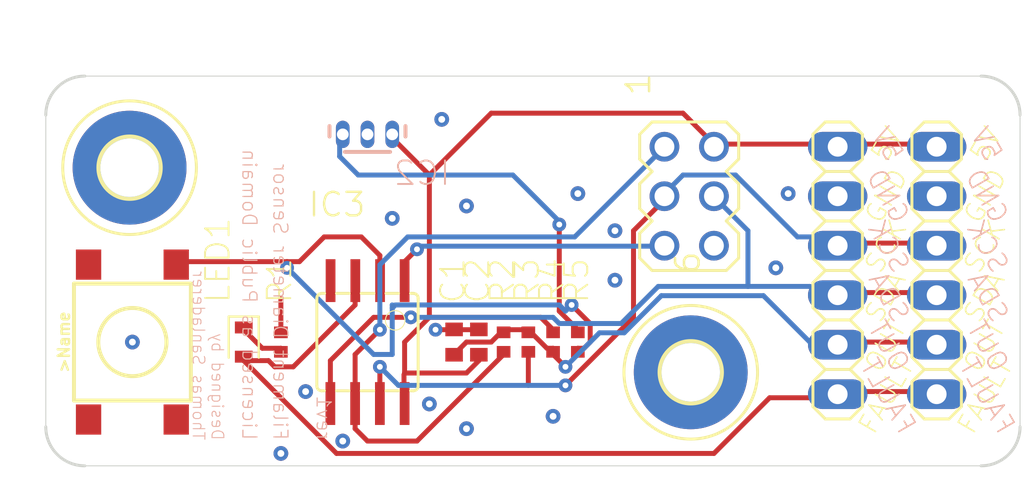
<source format=kicad_pcb>
(kicad_pcb (version 20171130) (host pcbnew "(5.1.8)-1")

  (general
    (thickness 1.6)
    (drawings 42)
    (tracks 184)
    (zones 0)
    (modules 16)
    (nets 12)
  )

  (page A4)
  (layers
    (0 Top signal)
    (31 Bottom signal)
    (32 B.Adhes user)
    (33 F.Adhes user)
    (34 B.Paste user)
    (35 F.Paste user)
    (36 B.SilkS user)
    (37 F.SilkS user)
    (38 B.Mask user)
    (39 F.Mask user)
    (40 Dwgs.User user)
    (41 Cmts.User user)
    (42 Eco1.User user)
    (43 Eco2.User user)
    (44 Edge.Cuts user)
    (45 Margin user)
    (46 B.CrtYd user)
    (47 F.CrtYd user)
    (48 B.Fab user)
    (49 F.Fab user)
  )

  (setup
    (last_trace_width 0.25)
    (trace_clearance 0.127)
    (zone_clearance 0.508)
    (zone_45_only no)
    (trace_min 0.2)
    (via_size 0.8)
    (via_drill 0.4)
    (via_min_size 0.4)
    (via_min_drill 0.3)
    (uvia_size 0.3)
    (uvia_drill 0.1)
    (uvias_allowed no)
    (uvia_min_size 0.2)
    (uvia_min_drill 0.1)
    (edge_width 0.05)
    (segment_width 0.2)
    (pcb_text_width 0.3)
    (pcb_text_size 1.5 1.5)
    (mod_edge_width 0.12)
    (mod_text_size 1 1)
    (mod_text_width 0.15)
    (pad_size 1.524 1.524)
    (pad_drill 0.762)
    (pad_to_mask_clearance 0)
    (aux_axis_origin 0 0)
    (visible_elements 7FFFFFFF)
    (pcbplotparams
      (layerselection 0x010fc_ffffffff)
      (usegerberextensions false)
      (usegerberattributes true)
      (usegerberadvancedattributes true)
      (creategerberjobfile true)
      (excludeedgelayer true)
      (linewidth 0.100000)
      (plotframeref false)
      (viasonmask false)
      (mode 1)
      (useauxorigin false)
      (hpglpennumber 1)
      (hpglpenspeed 20)
      (hpglpendiameter 15.000000)
      (psnegative false)
      (psa4output false)
      (plotreference true)
      (plotvalue true)
      (plotinvisibletext false)
      (padsonsilk false)
      (subtractmaskfromsilk false)
      (outputformat 1)
      (mirror false)
      (drillshape 1)
      (scaleselection 1)
      (outputdirectory ""))
  )

  (net 0 "")
  (net 1 +5V)
  (net 2 GND)
  (net 3 /FAULT)
  (net 4 /OUT)
  (net 5 /SDA)
  (net 6 /SCK)
  (net 7 "Net-(IC2-Pad3)")
  (net 8 /RESET)
  (net 9 /MISO)
  (net 10 /IN)
  (net 11 "Net-(LED1-PadC)")

  (net_class Default "This is the default net class."
    (clearance 0.127)
    (trace_width 0.25)
    (via_dia 0.8)
    (via_drill 0.4)
    (uvia_dia 0.3)
    (uvia_drill 0.1)
    (add_net +5V)
    (add_net /FAULT)
    (add_net /IN)
    (add_net /MISO)
    (add_net /OUT)
    (add_net /RESET)
    (add_net /SCK)
    (add_net /SDA)
    (add_net GND)
    (add_net "Net-(IC2-Pad3)")
    (add_net "Net-(LED1-PadC)")
  )

  (module filaSens:SIP3-UA (layer Bottom) (tedit 0) (tstamp 607B0B41)
    (at 140.0111 97.9936 180)
    (descr "<b>Type: 3-pin SIP, conventional leadframe</b><p>\nSource: http://www.allegromicro.com/en/Products/Packaging/pkghall1.pdf")
    (path /B2BFE474)
    (fp_text reference IC2 (at -1.27 -2.69875) (layer B.SilkS)
      (effects (font (size 1.2065 1.2065) (thickness 0.09652)) (justify right bottom mirror))
    )
    (fp_text value SS495 (at -2.54 1.405) (layer B.Fab)
      (effects (font (size 1.2065 1.2065) (thickness 0.09652)) (justify right bottom mirror))
    )
    (fp_line (start -1.95 0.425) (end -1.95 -0.11) (layer B.SilkS) (width 0.2032))
    (fp_line (start -1.95 -0.11) (end -1.16 -0.9) (layer B.Fab) (width 0.2032))
    (fp_line (start -1.16 -0.9) (end 1.16 -0.9) (layer B.SilkS) (width 0.2032))
    (fp_line (start 1.16 -0.9) (end 1.95 -0.11) (layer B.Fab) (width 0.2032))
    (fp_line (start 1.95 -0.11) (end 1.95 0.425) (layer B.SilkS) (width 0.2032))
    (fp_line (start 1.95 0.425) (end -1.95 0.425) (layer B.Fab) (width 0.2032))
    (pad 3 thru_hole oval (at 1.27 0 90) (size 1.4 0.7) (drill 0.6) (layers *.Cu *.Mask)
      (net 7 "Net-(IC2-Pad3)") (solder_mask_margin 0.1016))
    (pad 2 thru_hole oval (at 0 0 90) (size 1.4 0.7) (drill 0.6) (layers *.Cu *.Mask)
      (net 2 GND) (solder_mask_margin 0.1016))
    (pad 1 thru_hole oval (at -1.27 0 90) (size 1.4 0.7) (drill 0.6) (layers *.Cu *.Mask)
      (net 1 +5V) (solder_mask_margin 0.1016))
  )

  (module filaSens:1X06 (layer Top) (tedit 0) (tstamp 607B0B4D)
    (at 164.1411 104.9786 270)
    (descr "<b>PIN HEADER</b>")
    (path /235567EB)
    (fp_text reference JP1 (at -7.6962 -1.8288 270) (layer F.SilkS) hide
      (effects (font (size 1.2065 1.2065) (thickness 0.127)) (justify right top))
    )
    (fp_text value OUTPUT (at -7.62 3.175 270) (layer F.Fab) hide
      (effects (font (size 1.2065 1.2065) (thickness 0.1016)) (justify right top))
    )
    (fp_line (start 0.635 -1.27) (end 1.905 -1.27) (layer F.SilkS) (width 0.1524))
    (fp_line (start 1.905 -1.27) (end 2.54 -0.635) (layer F.SilkS) (width 0.1524))
    (fp_line (start 2.54 -0.635) (end 2.54 0.635) (layer F.SilkS) (width 0.1524))
    (fp_line (start 2.54 0.635) (end 1.905 1.27) (layer F.SilkS) (width 0.1524))
    (fp_line (start 2.54 -0.635) (end 3.175 -1.27) (layer F.SilkS) (width 0.1524))
    (fp_line (start 3.175 -1.27) (end 4.445 -1.27) (layer F.SilkS) (width 0.1524))
    (fp_line (start 4.445 -1.27) (end 5.08 -0.635) (layer F.SilkS) (width 0.1524))
    (fp_line (start 5.08 -0.635) (end 5.08 0.635) (layer F.SilkS) (width 0.1524))
    (fp_line (start 5.08 0.635) (end 4.445 1.27) (layer F.SilkS) (width 0.1524))
    (fp_line (start 4.445 1.27) (end 3.175 1.27) (layer F.SilkS) (width 0.1524))
    (fp_line (start 3.175 1.27) (end 2.54 0.635) (layer F.SilkS) (width 0.1524))
    (fp_line (start -2.54 -0.635) (end -1.905 -1.27) (layer F.SilkS) (width 0.1524))
    (fp_line (start -1.905 -1.27) (end -0.635 -1.27) (layer F.SilkS) (width 0.1524))
    (fp_line (start -0.635 -1.27) (end 0 -0.635) (layer F.SilkS) (width 0.1524))
    (fp_line (start 0 -0.635) (end 0 0.635) (layer F.SilkS) (width 0.1524))
    (fp_line (start 0 0.635) (end -0.635 1.27) (layer F.SilkS) (width 0.1524))
    (fp_line (start -0.635 1.27) (end -1.905 1.27) (layer F.SilkS) (width 0.1524))
    (fp_line (start -1.905 1.27) (end -2.54 0.635) (layer F.SilkS) (width 0.1524))
    (fp_line (start 0.635 -1.27) (end 0 -0.635) (layer F.SilkS) (width 0.1524))
    (fp_line (start 0 0.635) (end 0.635 1.27) (layer F.SilkS) (width 0.1524))
    (fp_line (start 1.905 1.27) (end 0.635 1.27) (layer F.SilkS) (width 0.1524))
    (fp_line (start -6.985 -1.27) (end -5.715 -1.27) (layer F.SilkS) (width 0.1524))
    (fp_line (start -5.715 -1.27) (end -5.08 -0.635) (layer F.SilkS) (width 0.1524))
    (fp_line (start -5.08 -0.635) (end -5.08 0.635) (layer F.SilkS) (width 0.1524))
    (fp_line (start -5.08 0.635) (end -5.715 1.27) (layer F.SilkS) (width 0.1524))
    (fp_line (start -5.08 -0.635) (end -4.445 -1.27) (layer F.SilkS) (width 0.1524))
    (fp_line (start -4.445 -1.27) (end -3.175 -1.27) (layer F.SilkS) (width 0.1524))
    (fp_line (start -3.175 -1.27) (end -2.54 -0.635) (layer F.SilkS) (width 0.1524))
    (fp_line (start -2.54 -0.635) (end -2.54 0.635) (layer F.SilkS) (width 0.1524))
    (fp_line (start -2.54 0.635) (end -3.175 1.27) (layer F.SilkS) (width 0.1524))
    (fp_line (start -3.175 1.27) (end -4.445 1.27) (layer F.SilkS) (width 0.1524))
    (fp_line (start -4.445 1.27) (end -5.08 0.635) (layer F.SilkS) (width 0.1524))
    (fp_line (start -7.62 -0.635) (end -7.62 0.635) (layer F.SilkS) (width 0.1524))
    (fp_line (start -6.985 -1.27) (end -7.62 -0.635) (layer F.SilkS) (width 0.1524))
    (fp_line (start -7.62 0.635) (end -6.985 1.27) (layer F.SilkS) (width 0.1524))
    (fp_line (start -5.715 1.27) (end -6.985 1.27) (layer F.SilkS) (width 0.1524))
    (fp_line (start 5.715 -1.27) (end 6.985 -1.27) (layer F.SilkS) (width 0.1524))
    (fp_line (start 6.985 -1.27) (end 7.62 -0.635) (layer F.SilkS) (width 0.1524))
    (fp_line (start 7.62 -0.635) (end 7.62 0.635) (layer F.SilkS) (width 0.1524))
    (fp_line (start 7.62 0.635) (end 6.985 1.27) (layer F.SilkS) (width 0.1524))
    (fp_line (start 5.715 -1.27) (end 5.08 -0.635) (layer F.SilkS) (width 0.1524))
    (fp_line (start 5.08 0.635) (end 5.715 1.27) (layer F.SilkS) (width 0.1524))
    (fp_line (start 6.985 1.27) (end 5.715 1.27) (layer F.SilkS) (width 0.1524))
    (fp_poly (pts (xy 3.556 0.254) (xy 4.064 0.254) (xy 4.064 -0.254) (xy 3.556 -0.254)) (layer F.Fab) (width 0))
    (fp_poly (pts (xy 1.016 0.254) (xy 1.524 0.254) (xy 1.524 -0.254) (xy 1.016 -0.254)) (layer F.Fab) (width 0))
    (fp_poly (pts (xy -1.524 0.254) (xy -1.016 0.254) (xy -1.016 -0.254) (xy -1.524 -0.254)) (layer F.Fab) (width 0))
    (fp_poly (pts (xy -4.064 0.254) (xy -3.556 0.254) (xy -3.556 -0.254) (xy -4.064 -0.254)) (layer F.Fab) (width 0))
    (fp_poly (pts (xy -6.604 0.254) (xy -6.096 0.254) (xy -6.096 -0.254) (xy -6.604 -0.254)) (layer F.Fab) (width 0))
    (fp_poly (pts (xy 6.096 0.254) (xy 6.604 0.254) (xy 6.604 -0.254) (xy 6.096 -0.254)) (layer F.Fab) (width 0))
    (pad 6 thru_hole oval (at 6.35 0) (size 3.048 1.524) (drill 1.016) (layers *.Cu *.Mask)
      (net 3 /FAULT) (solder_mask_margin 0.1016))
    (pad 5 thru_hole oval (at 3.81 0) (size 3.048 1.524) (drill 1.016) (layers *.Cu *.Mask)
      (net 4 /OUT) (solder_mask_margin 0.1016))
    (pad 4 thru_hole oval (at 1.27 0) (size 3.048 1.524) (drill 1.016) (layers *.Cu *.Mask)
      (net 5 /SDA) (solder_mask_margin 0.1016))
    (pad 3 thru_hole oval (at -1.27 0) (size 3.048 1.524) (drill 1.016) (layers *.Cu *.Mask)
      (net 6 /SCK) (solder_mask_margin 0.1016))
    (pad 2 thru_hole oval (at -3.81 0) (size 3.048 1.524) (drill 1.016) (layers *.Cu *.Mask)
      (net 2 GND) (solder_mask_margin 0.1016))
    (pad 1 thru_hole oval (at -6.35 0) (size 3.048 1.524) (drill 1.016) (layers *.Cu *.Mask)
      (net 1 +5V) (solder_mask_margin 0.1016))
  )

  (module filaSens:1X06 (layer Top) (tedit 0) (tstamp 607B0B87)
    (at 169.2211 104.9786 270)
    (descr "<b>PIN HEADER</b>")
    (path /46E31EBA)
    (fp_text reference JP2 (at -7.6962 -1.8288 270) (layer F.SilkS) hide
      (effects (font (size 1.2065 1.2065) (thickness 0.127)) (justify right top))
    )
    (fp_text value SUPPORT_ROW (at -7.62 3.175 270) (layer F.Fab) hide
      (effects (font (size 1.2065 1.2065) (thickness 0.1016)) (justify right top))
    )
    (fp_line (start 0.635 -1.27) (end 1.905 -1.27) (layer F.SilkS) (width 0.1524))
    (fp_line (start 1.905 -1.27) (end 2.54 -0.635) (layer F.SilkS) (width 0.1524))
    (fp_line (start 2.54 -0.635) (end 2.54 0.635) (layer F.SilkS) (width 0.1524))
    (fp_line (start 2.54 0.635) (end 1.905 1.27) (layer F.SilkS) (width 0.1524))
    (fp_line (start 2.54 -0.635) (end 3.175 -1.27) (layer F.SilkS) (width 0.1524))
    (fp_line (start 3.175 -1.27) (end 4.445 -1.27) (layer F.SilkS) (width 0.1524))
    (fp_line (start 4.445 -1.27) (end 5.08 -0.635) (layer F.SilkS) (width 0.1524))
    (fp_line (start 5.08 -0.635) (end 5.08 0.635) (layer F.SilkS) (width 0.1524))
    (fp_line (start 5.08 0.635) (end 4.445 1.27) (layer F.SilkS) (width 0.1524))
    (fp_line (start 4.445 1.27) (end 3.175 1.27) (layer F.SilkS) (width 0.1524))
    (fp_line (start 3.175 1.27) (end 2.54 0.635) (layer F.SilkS) (width 0.1524))
    (fp_line (start -2.54 -0.635) (end -1.905 -1.27) (layer F.SilkS) (width 0.1524))
    (fp_line (start -1.905 -1.27) (end -0.635 -1.27) (layer F.SilkS) (width 0.1524))
    (fp_line (start -0.635 -1.27) (end 0 -0.635) (layer F.SilkS) (width 0.1524))
    (fp_line (start 0 -0.635) (end 0 0.635) (layer F.SilkS) (width 0.1524))
    (fp_line (start 0 0.635) (end -0.635 1.27) (layer F.SilkS) (width 0.1524))
    (fp_line (start -0.635 1.27) (end -1.905 1.27) (layer F.SilkS) (width 0.1524))
    (fp_line (start -1.905 1.27) (end -2.54 0.635) (layer F.SilkS) (width 0.1524))
    (fp_line (start 0.635 -1.27) (end 0 -0.635) (layer F.SilkS) (width 0.1524))
    (fp_line (start 0 0.635) (end 0.635 1.27) (layer F.SilkS) (width 0.1524))
    (fp_line (start 1.905 1.27) (end 0.635 1.27) (layer F.SilkS) (width 0.1524))
    (fp_line (start -6.985 -1.27) (end -5.715 -1.27) (layer F.SilkS) (width 0.1524))
    (fp_line (start -5.715 -1.27) (end -5.08 -0.635) (layer F.SilkS) (width 0.1524))
    (fp_line (start -5.08 -0.635) (end -5.08 0.635) (layer F.SilkS) (width 0.1524))
    (fp_line (start -5.08 0.635) (end -5.715 1.27) (layer F.SilkS) (width 0.1524))
    (fp_line (start -5.08 -0.635) (end -4.445 -1.27) (layer F.SilkS) (width 0.1524))
    (fp_line (start -4.445 -1.27) (end -3.175 -1.27) (layer F.SilkS) (width 0.1524))
    (fp_line (start -3.175 -1.27) (end -2.54 -0.635) (layer F.SilkS) (width 0.1524))
    (fp_line (start -2.54 -0.635) (end -2.54 0.635) (layer F.SilkS) (width 0.1524))
    (fp_line (start -2.54 0.635) (end -3.175 1.27) (layer F.SilkS) (width 0.1524))
    (fp_line (start -3.175 1.27) (end -4.445 1.27) (layer F.SilkS) (width 0.1524))
    (fp_line (start -4.445 1.27) (end -5.08 0.635) (layer F.SilkS) (width 0.1524))
    (fp_line (start -7.62 -0.635) (end -7.62 0.635) (layer F.SilkS) (width 0.1524))
    (fp_line (start -6.985 -1.27) (end -7.62 -0.635) (layer F.SilkS) (width 0.1524))
    (fp_line (start -7.62 0.635) (end -6.985 1.27) (layer F.SilkS) (width 0.1524))
    (fp_line (start -5.715 1.27) (end -6.985 1.27) (layer F.SilkS) (width 0.1524))
    (fp_line (start 5.715 -1.27) (end 6.985 -1.27) (layer F.SilkS) (width 0.1524))
    (fp_line (start 6.985 -1.27) (end 7.62 -0.635) (layer F.SilkS) (width 0.1524))
    (fp_line (start 7.62 -0.635) (end 7.62 0.635) (layer F.SilkS) (width 0.1524))
    (fp_line (start 7.62 0.635) (end 6.985 1.27) (layer F.SilkS) (width 0.1524))
    (fp_line (start 5.715 -1.27) (end 5.08 -0.635) (layer F.SilkS) (width 0.1524))
    (fp_line (start 5.08 0.635) (end 5.715 1.27) (layer F.SilkS) (width 0.1524))
    (fp_line (start 6.985 1.27) (end 5.715 1.27) (layer F.SilkS) (width 0.1524))
    (fp_poly (pts (xy 3.556 0.254) (xy 4.064 0.254) (xy 4.064 -0.254) (xy 3.556 -0.254)) (layer F.Fab) (width 0))
    (fp_poly (pts (xy 1.016 0.254) (xy 1.524 0.254) (xy 1.524 -0.254) (xy 1.016 -0.254)) (layer F.Fab) (width 0))
    (fp_poly (pts (xy -1.524 0.254) (xy -1.016 0.254) (xy -1.016 -0.254) (xy -1.524 -0.254)) (layer F.Fab) (width 0))
    (fp_poly (pts (xy -4.064 0.254) (xy -3.556 0.254) (xy -3.556 -0.254) (xy -4.064 -0.254)) (layer F.Fab) (width 0))
    (fp_poly (pts (xy -6.604 0.254) (xy -6.096 0.254) (xy -6.096 -0.254) (xy -6.604 -0.254)) (layer F.Fab) (width 0))
    (fp_poly (pts (xy 6.096 0.254) (xy 6.604 0.254) (xy 6.604 -0.254) (xy 6.096 -0.254)) (layer F.Fab) (width 0))
    (pad 6 thru_hole oval (at 6.35 0) (size 3.048 1.524) (drill 1.016) (layers *.Cu *.Mask)
      (net 3 /FAULT) (solder_mask_margin 0.1016))
    (pad 5 thru_hole oval (at 3.81 0) (size 3.048 1.524) (drill 1.016) (layers *.Cu *.Mask)
      (net 4 /OUT) (solder_mask_margin 0.1016))
    (pad 4 thru_hole oval (at 1.27 0) (size 3.048 1.524) (drill 1.016) (layers *.Cu *.Mask)
      (net 5 /SDA) (solder_mask_margin 0.1016))
    (pad 3 thru_hole oval (at -1.27 0) (size 3.048 1.524) (drill 1.016) (layers *.Cu *.Mask)
      (net 6 /SCK) (solder_mask_margin 0.1016))
    (pad 2 thru_hole oval (at -3.81 0) (size 3.048 1.524) (drill 1.016) (layers *.Cu *.Mask)
      (net 2 GND) (solder_mask_margin 0.1016))
    (pad 1 thru_hole oval (at -6.35 0) (size 3.048 1.524) (drill 1.016) (layers *.Cu *.Mask)
      (net 1 +5V) (solder_mask_margin 0.1016))
  )

  (module filaSens:3,0-PAD (layer Top) (tedit 0) (tstamp 607B0BC1)
    (at 156.6011 110.2036)
    (descr "<b>MOUNTING PAD</b> 3.0 mm, round")
    (path /9910BFD8)
    (fp_text reference H1 (at 0 0) (layer F.SilkS) hide
      (effects (font (size 1.27 1.27) (thickness 0.15)))
    )
    (fp_text value MOUNT-PAD-ROUND3.0 (at 0 0) (layer F.SilkS) hide
      (effects (font (size 1.27 1.27) (thickness 0.15)))
    )
    (fp_circle (center 0 0) (end 3.429 0) (layer F.SilkS) (width 0.1524))
    (fp_circle (center 0 0) (end 0.762 0) (layer F.Fab) (width 0.4572))
    (fp_circle (center 0 0) (end 3.556 0) (layer Dwgs.User) (width 1.016))
    (fp_circle (center 0 0) (end 3.556 0) (layer Dwgs.User) (width 1.016))
    (fp_circle (center 0 0) (end 3.556 0) (layer Dwgs.User) (width 1.016))
    (fp_circle (center 0 0) (end 1.6 0) (layer F.SilkS) (width 0.2032))
    (fp_text user 3,0 (at -1.27 3.81) (layer Cmts.User)
      (effects (font (size 1.2065 1.2065) (thickness 0.1016)) (justify left bottom))
    )
    (fp_arc (start 0 0) (end 0 -2.159) (angle 90) (layer F.Fab) (width 2.4892))
    (fp_arc (start 0 0) (end -2.159 0) (angle -90) (layer F.Fab) (width 2.4892))
    (pad B3,0 thru_hole circle (at 0 0) (size 5.842 5.842) (drill 3) (layers *.Cu *.Mask)
      (net 2 GND) (solder_mask_margin 0.1016))
  )

  (module filaSens:3,0-PAD (layer Top) (tedit 0) (tstamp 607B0BCE)
    (at 127.8011 99.7036)
    (descr "<b>MOUNTING PAD</b> 3.0 mm, round")
    (path /5D268E00)
    (fp_text reference H2 (at 0 0) (layer F.SilkS) hide
      (effects (font (size 1.27 1.27) (thickness 0.15)))
    )
    (fp_text value MOUNT-PAD-ROUND3.0 (at 0 0) (layer F.SilkS) hide
      (effects (font (size 1.27 1.27) (thickness 0.15)))
    )
    (fp_circle (center 0 0) (end 3.429 0) (layer F.SilkS) (width 0.1524))
    (fp_circle (center 0 0) (end 0.762 0) (layer F.Fab) (width 0.4572))
    (fp_circle (center 0 0) (end 3.556 0) (layer Dwgs.User) (width 1.016))
    (fp_circle (center 0 0) (end 3.556 0) (layer Dwgs.User) (width 1.016))
    (fp_circle (center 0 0) (end 3.556 0) (layer Dwgs.User) (width 1.016))
    (fp_circle (center 0 0) (end 1.6 0) (layer F.SilkS) (width 0.2032))
    (fp_text user 3,0 (at -1.27 3.81) (layer Cmts.User)
      (effects (font (size 1.2065 1.2065) (thickness 0.1016)) (justify left bottom))
    )
    (fp_arc (start 0 0) (end 0 -2.159) (angle 90) (layer F.Fab) (width 2.4892))
    (fp_arc (start 0 0) (end -2.159 0) (angle -90) (layer F.Fab) (width 2.4892))
    (pad B3,0 thru_hole circle (at 0 0) (size 5.842 5.842) (drill 3) (layers *.Cu *.Mask)
      (net 2 GND) (solder_mask_margin 0.1016))
  )

  (module filaSens:MA03-2 (layer Top) (tedit 0) (tstamp 607B0BDB)
    (at 156.5211 101.1686 270)
    (descr "<b>PIN HEADER</b>")
    (path /C9A7A6AE)
    (fp_text reference SV1 (at -3.81 -2.921 270) (layer F.SilkS) hide
      (effects (font (size 1.2065 1.2065) (thickness 0.127)) (justify right top))
    )
    (fp_text value ISP (at -0.135 4.1275 90) (layer F.Fab)
      (effects (font (size 1.2065 1.2065) (thickness 0.12065)) (justify left bottom))
    )
    (fp_line (start -3.175 -2.54) (end -1.905 -2.54) (layer F.SilkS) (width 0.1524))
    (fp_line (start -1.905 -2.54) (end -1.27 -1.905) (layer F.SilkS) (width 0.1524))
    (fp_line (start -1.27 -1.905) (end -0.635 -2.54) (layer F.SilkS) (width 0.1524))
    (fp_line (start -0.635 -2.54) (end 0.635 -2.54) (layer F.SilkS) (width 0.1524))
    (fp_line (start 0.635 -2.54) (end 1.27 -1.905) (layer F.SilkS) (width 0.1524))
    (fp_line (start -3.175 -2.54) (end -3.81 -1.905) (layer F.SilkS) (width 0.1524))
    (fp_line (start 1.27 -1.905) (end 1.905 -2.54) (layer F.SilkS) (width 0.1524))
    (fp_line (start 1.905 -2.54) (end 3.175 -2.54) (layer F.SilkS) (width 0.1524))
    (fp_line (start 3.175 -2.54) (end 3.81 -1.905) (layer F.SilkS) (width 0.1524))
    (fp_line (start 3.81 -1.905) (end 3.81 1.905) (layer F.SilkS) (width 0.1524))
    (fp_line (start -1.27 1.905) (end -1.905 2.54) (layer F.SilkS) (width 0.1524))
    (fp_line (start 1.27 1.905) (end 0.635 2.54) (layer F.SilkS) (width 0.1524))
    (fp_line (start 0.635 2.54) (end -0.635 2.54) (layer F.SilkS) (width 0.1524))
    (fp_line (start -0.635 2.54) (end -1.27 1.905) (layer F.SilkS) (width 0.1524))
    (fp_line (start -3.81 -1.905) (end -3.81 1.905) (layer F.SilkS) (width 0.1524))
    (fp_line (start -3.81 1.905) (end -3.175 2.54) (layer F.SilkS) (width 0.1524))
    (fp_line (start -1.905 2.54) (end -3.175 2.54) (layer F.SilkS) (width 0.1524))
    (fp_line (start 3.81 1.905) (end 3.175 2.54) (layer F.SilkS) (width 0.1524))
    (fp_line (start 3.175 2.54) (end 1.905 2.54) (layer F.SilkS) (width 0.1524))
    (fp_line (start 1.905 2.54) (end 1.27 1.905) (layer F.SilkS) (width 0.1524))
    (fp_poly (pts (xy -0.254 1.524) (xy 0.254 1.524) (xy 0.254 1.016) (xy -0.254 1.016)) (layer F.Fab) (width 0))
    (fp_poly (pts (xy -2.794 1.524) (xy -2.286 1.524) (xy -2.286 1.016) (xy -2.794 1.016)) (layer F.Fab) (width 0))
    (fp_poly (pts (xy 2.286 1.524) (xy 2.794 1.524) (xy 2.794 1.016) (xy 2.286 1.016)) (layer F.Fab) (width 0))
    (fp_poly (pts (xy -2.794 -1.016) (xy -2.286 -1.016) (xy -2.286 -1.524) (xy -2.794 -1.524)) (layer F.Fab) (width 0))
    (fp_poly (pts (xy -0.254 -1.016) (xy 0.254 -1.016) (xy 0.254 -1.524) (xy -0.254 -1.524)) (layer F.Fab) (width 0))
    (fp_poly (pts (xy 2.286 -1.016) (xy 2.794 -1.016) (xy 2.794 -1.524) (xy 2.286 -1.524)) (layer F.Fab) (width 0))
    (fp_text user 6 (at 4.064 -0.635 270) (layer F.SilkS)
      (effects (font (size 1.2065 1.2065) (thickness 0.127)) (justify left bottom))
    )
    (fp_text user 1 (at -5.08 1.905 270) (layer F.SilkS)
      (effects (font (size 1.2065 1.2065) (thickness 0.127)) (justify left bottom))
    )
    (pad 6 thru_hole circle (at 2.54 -1.27 270) (size 1.524 1.524) (drill 1.016) (layers *.Cu *.Mask)
      (net 2 GND) (solder_mask_margin 0.1016))
    (pad 4 thru_hole circle (at 0 -1.27 270) (size 1.524 1.524) (drill 1.016) (layers *.Cu *.Mask)
      (net 5 /SDA) (solder_mask_margin 0.1016))
    (pad 2 thru_hole circle (at -2.54 -1.27 270) (size 1.524 1.524) (drill 1.016) (layers *.Cu *.Mask)
      (net 1 +5V) (solder_mask_margin 0.1016))
    (pad 5 thru_hole circle (at 2.54 1.27 270) (size 1.524 1.524) (drill 1.016) (layers *.Cu *.Mask)
      (net 8 /RESET) (solder_mask_margin 0.1016))
    (pad 3 thru_hole circle (at 0 1.27 270) (size 1.524 1.524) (drill 1.016) (layers *.Cu *.Mask)
      (net 6 /SCK) (solder_mask_margin 0.1016))
    (pad 1 thru_hole circle (at -2.54 1.27 270) (size 1.524 1.524) (drill 1.016) (layers *.Cu *.Mask)
      (net 9 /MISO) (solder_mask_margin 0.1016))
  )

  (module filaSens:SOIC8 (layer Top) (tedit 0) (tstamp 607B0C00)
    (at 140.0111 108.6536 180)
    (descr "<B>Wide Plastic Gull Wing Small Outline Package</B>")
    (path /40F764B3)
    (fp_text reference IC3 (at 3.1115 6.35) (layer F.SilkS)
      (effects (font (size 1.2065 1.2065) (thickness 0.12065)) (justify left bottom))
    )
    (fp_text value TINY85 (at 3.1115 4.826) (layer F.Fab)
      (effects (font (size 1.2065 1.2065) (thickness 0.12065)) (justify left bottom))
    )
    (fp_line (start 2.36 2.5) (end -2.34 2.5) (layer F.Fab) (width 0.1524))
    (fp_line (start -2.34 -2.5) (end 2.36 -2.5) (layer F.Fab) (width 0.1524))
    (fp_line (start -2.21 -2.5) (end -2.34 -2.5) (layer F.SilkS) (width 0.1524))
    (fp_line (start -1.59 -2.5) (end -0.95 -2.5) (layer F.SilkS) (width 0.1524))
    (fp_line (start -0.32 -2.5) (end 0.32 -2.5) (layer F.SilkS) (width 0.1524))
    (fp_line (start 0.95 -2.5) (end 1.59 -2.5) (layer F.SilkS) (width 0.1524))
    (fp_line (start 2.21 -2.5) (end 2.36 -2.5) (layer F.SilkS) (width 0.1524))
    (fp_line (start 2.2 2.5) (end 2.33 2.5) (layer F.SilkS) (width 0.1524))
    (fp_line (start 1.59 2.5) (end 0.94 2.5) (layer F.SilkS) (width 0.1524))
    (fp_line (start 0.32 2.5) (end -0.33 2.5) (layer F.SilkS) (width 0.1524))
    (fp_line (start -0.95 2.5) (end -1.59 2.5) (layer F.SilkS) (width 0.1524))
    (fp_line (start -2.21 2.5) (end -2.34 2.5) (layer F.SilkS) (width 0.1524))
    (fp_line (start -2.6 -2.25) (end -2.6 2.24) (layer F.SilkS) (width 0.1524))
    (fp_line (start 2.6 2.25) (end 2.6 -2.25) (layer F.SilkS) (width 0.1524))
    (fp_circle (center -1.42 1.115) (end -0.92 1.115) (layer F.SilkS) (width 0.0508))
    (fp_poly (pts (xy -2.08 -2.5) (xy -1.73 -2.5) (xy -1.73 -3.4) (xy -2.08 -3.4)) (layer F.Fab) (width 0))
    (fp_poly (pts (xy -0.81 -2.5) (xy -0.46 -2.5) (xy -0.46 -3.4) (xy -0.81 -3.4)) (layer F.Fab) (width 0))
    (fp_poly (pts (xy 0.46 -2.5) (xy 0.81 -2.5) (xy 0.81 -3.4) (xy 0.46 -3.4)) (layer F.Fab) (width 0))
    (fp_poly (pts (xy 1.73 -2.5) (xy 2.08 -2.5) (xy 2.08 -3.4) (xy 1.73 -3.4)) (layer F.Fab) (width 0))
    (fp_poly (pts (xy 1.72 3.4) (xy 2.07 3.4) (xy 2.07 2.5) (xy 1.72 2.5)) (layer F.Fab) (width 0))
    (fp_poly (pts (xy 0.45 3.4) (xy 0.8 3.4) (xy 0.8 2.5) (xy 0.45 2.5)) (layer F.Fab) (width 0))
    (fp_poly (pts (xy -0.82 3.4) (xy -0.47 3.4) (xy -0.47 2.5) (xy -0.82 2.5)) (layer F.Fab) (width 0))
    (fp_poly (pts (xy -2.08 3.4) (xy -1.73 3.4) (xy -1.73 2.5) (xy -2.08 2.5)) (layer F.Fab) (width 0))
    (fp_arc (start -2.35 2.25) (end -2.6 2.25) (angle -90) (layer F.SilkS) (width 0.1524))
    (fp_arc (start 2.35 2.25) (end 2.35 2.5) (angle -90) (layer F.SilkS) (width 0.1524))
    (fp_arc (start 2.35 -2.25) (end 2.35 -2.5) (angle 90) (layer F.SilkS) (width 0.1524))
    (fp_arc (start -2.35 -2.25) (end -2.6 -2.25) (angle 90) (layer F.SilkS) (width 0.1524))
    (pad 5 smd rect (at 1.905 -3.154 180) (size 0.5 2.2) (layers Top F.Paste F.Mask)
      (net 5 /SDA) (solder_mask_margin 0.1016))
    (pad 6 smd rect (at 0.635 -3.154 180) (size 0.5 2.2) (layers Top F.Paste F.Mask)
      (net 9 /MISO) (solder_mask_margin 0.1016))
    (pad 7 smd rect (at -0.635 -3.154 180) (size 0.5 2.2) (layers Top F.Paste F.Mask)
      (net 6 /SCK) (solder_mask_margin 0.1016))
    (pad 8 smd rect (at -1.905 -3.154 180) (size 0.5 2.2) (layers Top F.Paste F.Mask)
      (net 1 +5V) (solder_mask_margin 0.1016))
    (pad 4 smd rect (at 1.895 3.154 180) (size 0.5 2.2) (layers Top F.Paste F.Mask)
      (net 2 GND) (solder_mask_margin 0.1016))
    (pad 3 smd rect (at 0.625 3.154 180) (size 0.5 2.2) (layers Top F.Paste F.Mask)
      (net 3 /FAULT) (solder_mask_margin 0.1016))
    (pad 2 smd rect (at -0.645 3.154 180) (size 0.5 2.2) (layers Top F.Paste F.Mask)
      (net 10 /IN) (solder_mask_margin 0.1016))
    (pad 1 smd rect (at -1.905 3.154 180) (size 0.5 2.2) (layers Top F.Paste F.Mask)
      (net 8 /RESET) (solder_mask_margin 0.1016))
  )

  (module filaSens:R0402 (layer Top) (tedit 0) (tstamp 607B0C26)
    (at 146.9961 108.6536 90)
    (descr "<b>Chip RESISTOR 0402 EIA (1005 Metric)</b>")
    (path /C0D1C9B9)
    (fp_text reference R2 (at 1.905 0.635 90) (layer F.SilkS)
      (effects (font (size 1.2065 1.2065) (thickness 0.09652)) (justify left bottom))
    )
    (fp_text value 36k (at -1.905 -0.635 90) (layer F.Fab)
      (effects (font (size 1.2065 1.2065) (thickness 0.09652)) (justify left bottom))
    )
    (fp_line (start -0.245 -0.224) (end 0.245 -0.224) (layer F.Fab) (width 0.1524))
    (fp_line (start 0.245 0.224) (end -0.245 0.224) (layer F.Fab) (width 0.1524))
    (fp_line (start -1 -0.483) (end 1 -0.483) (layer Dwgs.User) (width 0.0508))
    (fp_line (start 1 -0.483) (end 1 0.483) (layer Dwgs.User) (width 0.0508))
    (fp_line (start 1 0.483) (end -1 0.483) (layer Dwgs.User) (width 0.0508))
    (fp_line (start -1 0.483) (end -1 -0.483) (layer Dwgs.User) (width 0.0508))
    (fp_poly (pts (xy -0.554 0.3048) (xy -0.254 0.3048) (xy -0.254 -0.2951) (xy -0.554 -0.2951)) (layer F.Fab) (width 0))
    (fp_poly (pts (xy 0.2588 0.3048) (xy 0.5588 0.3048) (xy 0.5588 -0.2951) (xy 0.2588 -0.2951)) (layer F.Fab) (width 0))
    (fp_poly (pts (xy -0.1999 0.35) (xy 0.1999 0.35) (xy 0.1999 -0.35) (xy -0.1999 -0.35)) (layer F.Adhes) (width 0))
    (pad 2 smd rect (at 0.5 0 90) (size 0.6 0.7) (layers Top F.Paste F.Mask)
      (net 4 /OUT) (solder_mask_margin 0.1016))
    (pad 1 smd rect (at -0.5 0 90) (size 0.6 0.7) (layers Top F.Paste F.Mask)
      (net 9 /MISO) (solder_mask_margin 0.1016))
  )

  (module filaSens:R0402 (layer Top) (tedit 0) (tstamp 607B0C34)
    (at 135.5661 108.6536 90)
    (descr "<b>Chip RESISTOR 0402 EIA (1005 Metric)</b>")
    (path /DDF01354)
    (fp_text reference R1 (at 1.905 0.635 90) (layer F.SilkS)
      (effects (font (size 1.2065 1.2065) (thickness 0.09652)) (justify left bottom))
    )
    (fp_text value 1k (at -1.905 -0.635 90) (layer F.Fab)
      (effects (font (size 1.2065 1.2065) (thickness 0.09652)) (justify left bottom))
    )
    (fp_line (start -0.245 -0.224) (end 0.245 -0.224) (layer F.Fab) (width 0.1524))
    (fp_line (start 0.245 0.224) (end -0.245 0.224) (layer F.Fab) (width 0.1524))
    (fp_line (start -1 -0.483) (end 1 -0.483) (layer Dwgs.User) (width 0.0508))
    (fp_line (start 1 -0.483) (end 1 0.483) (layer Dwgs.User) (width 0.0508))
    (fp_line (start 1 0.483) (end -1 0.483) (layer Dwgs.User) (width 0.0508))
    (fp_line (start -1 0.483) (end -1 -0.483) (layer Dwgs.User) (width 0.0508))
    (fp_poly (pts (xy -0.554 0.3048) (xy -0.254 0.3048) (xy -0.254 -0.2951) (xy -0.554 -0.2951)) (layer F.Fab) (width 0))
    (fp_poly (pts (xy 0.2588 0.3048) (xy 0.5588 0.3048) (xy 0.5588 -0.2951) (xy 0.2588 -0.2951)) (layer F.Fab) (width 0))
    (fp_poly (pts (xy -0.1999 0.35) (xy 0.1999 0.35) (xy 0.1999 -0.35) (xy -0.1999 -0.35)) (layer F.Adhes) (width 0))
    (pad 2 smd rect (at 0.5 0 90) (size 0.6 0.7) (layers Top F.Paste F.Mask)
      (net 2 GND) (solder_mask_margin 0.1016))
    (pad 1 smd rect (at -0.5 0 90) (size 0.6 0.7) (layers Top F.Paste F.Mask)
      (net 11 "Net-(LED1-PadC)") (solder_mask_margin 0.1016))
  )

  (module filaSens:R0402 (layer Top) (tedit 0) (tstamp 607B0C42)
    (at 149.5361 108.6536 90)
    (descr "<b>Chip RESISTOR 0402 EIA (1005 Metric)</b>")
    (path /9335F57E)
    (fp_text reference R4 (at 1.905 0.635 90) (layer F.SilkS)
      (effects (font (size 1.2065 1.2065) (thickness 0.09652)) (justify left bottom))
    )
    (fp_text value 18k (at -1.905 0.635 90) (layer F.Fab)
      (effects (font (size 1.2065 1.2065) (thickness 0.09652)) (justify left bottom))
    )
    (fp_line (start -0.245 -0.224) (end 0.245 -0.224) (layer F.Fab) (width 0.1524))
    (fp_line (start 0.245 0.224) (end -0.245 0.224) (layer F.Fab) (width 0.1524))
    (fp_line (start -1 -0.483) (end 1 -0.483) (layer Dwgs.User) (width 0.0508))
    (fp_line (start 1 -0.483) (end 1 0.483) (layer Dwgs.User) (width 0.0508))
    (fp_line (start 1 0.483) (end -1 0.483) (layer Dwgs.User) (width 0.0508))
    (fp_line (start -1 0.483) (end -1 -0.483) (layer Dwgs.User) (width 0.0508))
    (fp_poly (pts (xy -0.554 0.3048) (xy -0.254 0.3048) (xy -0.254 -0.2951) (xy -0.554 -0.2951)) (layer F.Fab) (width 0))
    (fp_poly (pts (xy 0.2588 0.3048) (xy 0.5588 0.3048) (xy 0.5588 -0.2951) (xy 0.2588 -0.2951)) (layer F.Fab) (width 0))
    (fp_poly (pts (xy -0.1999 0.35) (xy 0.1999 0.35) (xy 0.1999 -0.35) (xy -0.1999 -0.35)) (layer F.Adhes) (width 0))
    (pad 2 smd rect (at 0.5 0 90) (size 0.6 0.7) (layers Top F.Paste F.Mask)
      (net 1 +5V) (solder_mask_margin 0.1016))
    (pad 1 smd rect (at -0.5 0 90) (size 0.6 0.7) (layers Top F.Paste F.Mask)
      (net 4 /OUT) (solder_mask_margin 0.1016))
  )

  (module filaSens:R0402 (layer Top) (tedit 0) (tstamp 607B0C50)
    (at 148.2661 108.6536 90)
    (descr "<b>Chip RESISTOR 0402 EIA (1005 Metric)</b>")
    (path /B3FB3AD2)
    (fp_text reference R3 (at 1.905 0.635 90) (layer F.SilkS)
      (effects (font (size 1.2065 1.2065) (thickness 0.09652)) (justify left bottom))
    )
    (fp_text value 9k1 (at -1.905 -0.635 90) (layer F.Fab)
      (effects (font (size 1.2065 1.2065) (thickness 0.09652)) (justify left bottom))
    )
    (fp_line (start -0.245 -0.224) (end 0.245 -0.224) (layer F.Fab) (width 0.1524))
    (fp_line (start 0.245 0.224) (end -0.245 0.224) (layer F.Fab) (width 0.1524))
    (fp_line (start -1 -0.483) (end 1 -0.483) (layer Dwgs.User) (width 0.0508))
    (fp_line (start 1 -0.483) (end 1 0.483) (layer Dwgs.User) (width 0.0508))
    (fp_line (start 1 0.483) (end -1 0.483) (layer Dwgs.User) (width 0.0508))
    (fp_line (start -1 0.483) (end -1 -0.483) (layer Dwgs.User) (width 0.0508))
    (fp_poly (pts (xy -0.554 0.3048) (xy -0.254 0.3048) (xy -0.254 -0.2951) (xy -0.554 -0.2951)) (layer F.Fab) (width 0))
    (fp_poly (pts (xy 0.2588 0.3048) (xy 0.5588 0.3048) (xy 0.5588 -0.2951) (xy 0.2588 -0.2951)) (layer F.Fab) (width 0))
    (fp_poly (pts (xy -0.1999 0.35) (xy 0.1999 0.35) (xy 0.1999 -0.35) (xy -0.1999 -0.35)) (layer F.Adhes) (width 0))
    (pad 2 smd rect (at 0.5 0 90) (size 0.6 0.7) (layers Top F.Paste F.Mask)
      (net 4 /OUT) (solder_mask_margin 0.1016))
    (pad 1 smd rect (at -0.5 0 90) (size 0.6 0.7) (layers Top F.Paste F.Mask)
      (net 2 GND) (solder_mask_margin 0.1016))
  )

  (module filaSens:R0402 (layer Top) (tedit 0) (tstamp 607B0C5E)
    (at 150.8061 108.6536 90)
    (descr "<b>Chip RESISTOR 0402 EIA (1005 Metric)</b>")
    (path /47D19289)
    (fp_text reference R5 (at 1.905 0.635 90) (layer F.SilkS)
      (effects (font (size 1.2065 1.2065) (thickness 0.09652)) (justify left bottom))
    )
    (fp_text value 4k7 (at -1.905 -1.905 90) (layer F.Fab)
      (effects (font (size 1.2065 1.2065) (thickness 0.09652)) (justify left bottom))
    )
    (fp_line (start -0.245 -0.224) (end 0.245 -0.224) (layer F.Fab) (width 0.1524))
    (fp_line (start 0.245 0.224) (end -0.245 0.224) (layer F.Fab) (width 0.1524))
    (fp_line (start -1 -0.483) (end 1 -0.483) (layer Dwgs.User) (width 0.0508))
    (fp_line (start 1 -0.483) (end 1 0.483) (layer Dwgs.User) (width 0.0508))
    (fp_line (start 1 0.483) (end -1 0.483) (layer Dwgs.User) (width 0.0508))
    (fp_line (start -1 0.483) (end -1 -0.483) (layer Dwgs.User) (width 0.0508))
    (fp_poly (pts (xy -0.554 0.3048) (xy -0.254 0.3048) (xy -0.254 -0.2951) (xy -0.554 -0.2951)) (layer F.Fab) (width 0))
    (fp_poly (pts (xy 0.2588 0.3048) (xy 0.5588 0.3048) (xy 0.5588 -0.2951) (xy 0.2588 -0.2951)) (layer F.Fab) (width 0))
    (fp_poly (pts (xy -0.1999 0.35) (xy 0.1999 0.35) (xy 0.1999 -0.35) (xy -0.1999 -0.35)) (layer F.Adhes) (width 0))
    (pad 2 smd rect (at 0.5 0 90) (size 0.6 0.7) (layers Top F.Paste F.Mask)
      (net 7 "Net-(IC2-Pad3)") (solder_mask_margin 0.1016))
    (pad 1 smd rect (at -0.5 0 90) (size 0.6 0.7) (layers Top F.Paste F.Mask)
      (net 10 /IN) (solder_mask_margin 0.1016))
  )

  (module filaSens:C0402 (layer Top) (tedit 0) (tstamp 607B0C6C)
    (at 144.4561 108.6536 90)
    (descr <b>CAPACITOR</b>)
    (path /E7D47EA7)
    (fp_text reference C1 (at 1.905 0.635 90) (layer F.SilkS)
      (effects (font (size 1.2065 1.2065) (thickness 0.09652)) (justify left bottom))
    )
    (fp_text value 10uF (at -1.905 -0.635 90) (layer F.Fab)
      (effects (font (size 1.2065 1.2065) (thickness 0.09652)) (justify left bottom))
    )
    (fp_line (start -0.245 -0.224) (end 0.245 -0.224) (layer F.Fab) (width 0.1524))
    (fp_line (start 0.245 0.224) (end -0.245 0.224) (layer F.Fab) (width 0.1524))
    (fp_line (start -1.473 -0.483) (end 1.473 -0.483) (layer Dwgs.User) (width 0.0508))
    (fp_line (start 1.473 -0.483) (end 1.473 0.483) (layer Dwgs.User) (width 0.0508))
    (fp_line (start 1.473 0.483) (end -1.473 0.483) (layer Dwgs.User) (width 0.0508))
    (fp_line (start -1.473 0.483) (end -1.473 -0.483) (layer Dwgs.User) (width 0.0508))
    (fp_poly (pts (xy -0.554 0.3048) (xy -0.254 0.3048) (xy -0.254 -0.2951) (xy -0.554 -0.2951)) (layer F.Fab) (width 0))
    (fp_poly (pts (xy 0.2588 0.3048) (xy 0.5588 0.3048) (xy 0.5588 -0.2951) (xy 0.2588 -0.2951)) (layer F.Fab) (width 0))
    (fp_poly (pts (xy -0.1999 0.3) (xy 0.1999 0.3) (xy 0.1999 -0.3) (xy -0.1999 -0.3)) (layer F.Adhes) (width 0))
    (pad 2 smd rect (at 0.65 0 90) (size 0.7 0.9) (layers Top F.Paste F.Mask)
      (net 2 GND) (solder_mask_margin 0.1016))
    (pad 1 smd rect (at -0.65 0 90) (size 0.7 0.9) (layers Top F.Paste F.Mask)
      (net 4 /OUT) (solder_mask_margin 0.1016))
  )

  (module filaSens:C0402 (layer Top) (tedit 0) (tstamp 607B0C7A)
    (at 145.7261 108.6536 90)
    (descr <b>CAPACITOR</b>)
    (path /8350CC17)
    (fp_text reference C2 (at 1.905 0.635 90) (layer F.SilkS)
      (effects (font (size 1.2065 1.2065) (thickness 0.09652)) (justify left bottom))
    )
    (fp_text value 10uF (at -1.905 -0.635 90) (layer F.Fab)
      (effects (font (size 1.2065 1.2065) (thickness 0.09652)) (justify left bottom))
    )
    (fp_line (start -0.245 -0.224) (end 0.245 -0.224) (layer F.Fab) (width 0.1524))
    (fp_line (start 0.245 0.224) (end -0.245 0.224) (layer F.Fab) (width 0.1524))
    (fp_line (start -1.473 -0.483) (end 1.473 -0.483) (layer Dwgs.User) (width 0.0508))
    (fp_line (start 1.473 -0.483) (end 1.473 0.483) (layer Dwgs.User) (width 0.0508))
    (fp_line (start 1.473 0.483) (end -1.473 0.483) (layer Dwgs.User) (width 0.0508))
    (fp_line (start -1.473 0.483) (end -1.473 -0.483) (layer Dwgs.User) (width 0.0508))
    (fp_poly (pts (xy -0.554 0.3048) (xy -0.254 0.3048) (xy -0.254 -0.2951) (xy -0.554 -0.2951)) (layer F.Fab) (width 0))
    (fp_poly (pts (xy 0.2588 0.3048) (xy 0.5588 0.3048) (xy 0.5588 -0.2951) (xy 0.2588 -0.2951)) (layer F.Fab) (width 0))
    (fp_poly (pts (xy -0.1999 0.3) (xy 0.1999 0.3) (xy 0.1999 -0.3) (xy -0.1999 -0.3)) (layer F.Adhes) (width 0))
    (pad 2 smd rect (at 0.65 0 90) (size 0.7 0.9) (layers Top F.Paste F.Mask)
      (net 2 GND) (solder_mask_margin 0.1016))
    (pad 1 smd rect (at -0.65 0 90) (size 0.7 0.9) (layers Top F.Paste F.Mask)
      (net 1 +5V) (solder_mask_margin 0.1016))
  )

  (module filaSens:TACTILE_SWITCH_SMD_6.2MM_TALL (layer Top) (tedit 0) (tstamp 607B0C88)
    (at 127.9461 108.6536 90)
    (descr "<h3>Momentary Switch (Pushbutton) - SPST - SMD, 6.2mm Square</h3>\n<p>Normally-open (NO) SPST momentary switches (buttons, pushbuttons).</p>\n<p><a href=\"http://www.apem.com/files/apem/brochures/ADTS6-ADTSM-KTSC6.pdf\">Datasheet</a> (ADTSM63NVTR)</p>")
    (path /788C9994)
    (fp_text reference S1 (at 0 -3.175 90) (layer F.SilkS) hide
      (effects (font (size 0.57912 0.57912) (thickness 0.115824)))
    )
    (fp_text value MOMENTARY-SWITCH-SPST-SMD-6.2MM-TALL (at 0 0 90) (layer F.SilkS) hide
      (effects (font (size 1.27 1.27) (thickness 0.15)))
    )
    (fp_line (start -3 3) (end 3 3) (layer F.SilkS) (width 0.2032))
    (fp_line (start 3 3) (end 3 -3) (layer F.SilkS) (width 0.2032))
    (fp_line (start 3 -3) (end -3 -3) (layer F.SilkS) (width 0.2032))
    (fp_line (start -3 -3) (end -3 3) (layer F.SilkS) (width 0.2032))
    (fp_circle (center 0 0) (end 1.75 0) (layer F.SilkS) (width 0.2032))
    (fp_text user >Value (at 0 3.175 90) (layer F.Fab)
      (effects (font (size 0.57912 0.57912) (thickness 0.12192)) (justify top))
    )
    (fp_text user >Name (at 0 -3.175 90) (layer F.SilkS)
      (effects (font (size 0.57912 0.57912) (thickness 0.12192)) (justify bottom))
    )
    (pad B2 smd rect (at 3.975 -2.25 180) (size 1.3 1.55) (layers Top F.Paste F.Mask)
      (net 2 GND) (solder_mask_margin 0.1016))
    (pad B1 smd rect (at -3.975 -2.25 180) (size 1.3 1.55) (layers Top F.Paste F.Mask)
      (solder_mask_margin 0.1016))
    (pad A2 smd rect (at 3.975 2.25 180) (size 1.3 1.55) (layers Top F.Paste F.Mask)
      (net 10 /IN) (solder_mask_margin 0.1016))
    (pad A1 smd rect (at -3.975 2.25 180) (size 1.3 1.55) (layers Top F.Paste F.Mask)
      (solder_mask_margin 0.1016))
  )

  (module filaSens:LEDC1608X35N_FLAT-Y (layer Top) (tedit 0) (tstamp 607B0C96)
    (at 133.6611 108.6536 270)
    (descr "Chip LED, 1.60 X 0.80 X 0.35 mm body\n <p>Chip LED package with body size 1.60 X 0.80 X 0.35 mm</p>")
    (path /7DC8C285)
    (fp_text reference LED1 (at -4.191 0.6271 90) (layer F.SilkS)
      (effects (font (size 1.2065 1.2065) (thickness 0.09652)) (justify bottom))
    )
    (fp_text value CHIP-FLAT-Y_0603-0.35MM (at -0.127 1.4049 270) (layer F.Fab) hide
      (effects (font (size 1.2065 1.2065) (thickness 0.1016)) (justify right top))
    )
    (fp_line (start -1.3099 -0.7699) (end 0.8 -0.7699) (layer F.SilkS) (width 0.12))
    (fp_line (start -1.3099 -0.7699) (end -1.3099 0.7699) (layer F.SilkS) (width 0.12))
    (fp_line (start -1.3099 0.7699) (end 0.8 0.7699) (layer F.SilkS) (width 0.12))
    (fp_line (start -0.8 0.4) (end -0.8 -0.4) (layer F.Fab) (width 0.12))
    (fp_line (start -0.8 -0.4) (end 0.8 -0.4) (layer F.Fab) (width 0.12))
    (fp_line (start 0.8 -0.4) (end 0.8 0.4) (layer F.Fab) (width 0.12))
    (fp_line (start 0.8 0.4) (end -0.8 0.4) (layer F.Fab) (width 0.12))
    (pad A smd rect (at 0.75 0 270) (size 0.6118 0.9118) (layers Top F.Paste F.Mask)
      (net 3 /FAULT) (solder_mask_margin 0.1016))
    (pad C smd rect (at -0.75 0 270) (size 0.6118 0.9118) (layers Top F.Paste F.Mask)
      (net 11 "Net-(LED1-PadC)") (solder_mask_margin 0.1016))
  )

  (gr_line (start 123.5011 97.0036) (end 123.5011 113.0036) (layer Edge.Cuts) (width 0.05) (tstamp 33302B20))
  (gr_line (start 125.5011 95.0036) (end 171.5011 95.0036) (layer Edge.Cuts) (width 0.05) (tstamp 33302F80))
  (gr_line (start 173.5011 97.0036) (end 173.5011 113.0036) (layer Edge.Cuts) (width 0.05) (tstamp 33302BC0))
  (gr_text 5V (at 166.6811 99.5811 60) (layer F.SilkS) (tstamp 33302D00)
    (effects (font (size 0.9652 0.9652) (thickness 0.08128)) (justify left bottom))
  )
  (gr_text GND (at 166.3636 102.7561 60) (layer F.SilkS) (tstamp 33303AC0)
    (effects (font (size 0.9652 0.9652) (thickness 0.08128)) (justify left bottom))
  )
  (gr_text OUT (at 166.3636 110.3761 60) (layer F.SilkS) (tstamp 33302EE0)
    (effects (font (size 0.9652 0.9652) (thickness 0.08128)) (justify left bottom))
  )
  (gr_text FAULT (at 166.0461 113.5511 60) (layer F.SilkS) (tstamp 33303160)
    (effects (font (size 0.9652 0.9652) (thickness 0.08128)) (justify left bottom))
  )
  (gr_text SCK (at 166.3636 105.2961 60) (layer F.SilkS) (tstamp 33303200)
    (effects (font (size 0.9652 0.9652) (thickness 0.08128)) (justify left bottom))
  )
  (gr_text SDA (at 166.3636 107.8361 60) (layer F.SilkS) (tstamp 333000A0)
    (effects (font (size 0.9652 0.9652) (thickness 0.08128)) (justify left bottom))
  )
  (gr_line (start 171.5011 115.0036) (end 125.5011 115.0036) (layer Edge.Cuts) (width 0.05) (tstamp 33301D60))
  (gr_line (start 127.8011 99.7036) (end 127.8011 116.0036) (layer Dwgs.User) (width 0.1) (tstamp 33302800))
  (dimension 28.847006 (width 0.1) (layer Dwgs.User)
    (gr_text "28.847 mm" (at 142.219004 101.227118 0.03575151306) (layer Dwgs.User)
      (effects (font (size 1 1) (thickness 0.15)))
    )
    (feature1 (pts (xy 127.8011 110.2036) (xy 127.795919 101.899697)))
    (feature2 (pts (xy 156.6481 110.1856) (xy 156.642919 101.881697)))
    (crossbar (pts (xy 156.643284 102.468118) (xy 127.796284 102.486118)))
    (arrow1a (pts (xy 127.796284 102.486118) (xy 128.922422 101.898994)))
    (arrow1b (pts (xy 127.796284 102.486118) (xy 128.923153 103.071836)))
    (arrow2a (pts (xy 156.643284 102.468118) (xy 155.516415 101.8824)))
    (arrow2b (pts (xy 156.643284 102.468118) (xy 155.517146 103.055242)))
  )
  (gr_line (start 156.6011 110.2036) (end 121.2011 110.2036) (layer Dwgs.User) (width 0.1) (tstamp 33301FE0))
  (dimension 10.5 (width 0.1) (layer Dwgs.User)
    (gr_text "10.500 mm" (at 136.4511 104.9536 270) (layer Dwgs.User)
      (effects (font (size 1 1) (thickness 0.15)))
    )
    (feature1 (pts (xy 127.8011 110.2036) (xy 135.787521 110.2036)))
    (feature2 (pts (xy 127.8011 99.7036) (xy 135.787521 99.7036)))
    (crossbar (pts (xy 135.2011 99.7036) (xy 135.2011 110.2036)))
    (arrow1a (pts (xy 135.2011 110.2036) (xy 134.614679 109.077096)))
    (arrow1b (pts (xy 135.2011 110.2036) (xy 135.787521 109.077096)))
    (arrow2a (pts (xy 135.2011 99.7036) (xy 134.614679 100.830104)))
    (arrow2b (pts (xy 135.2011 99.7036) (xy 135.787521 100.830104)))
  )
  (gr_text "Filament Diameter Sensor" (at 135.1136 113.7336 -90) (layer B.SilkS) (tstamp 33301E00)
    (effects (font (size 0.7239 0.7239) (thickness 0.06096)) (justify left bottom mirror))
  )
  (gr_text "Designed by\nThomas Sanladerer" (at 130.9861 113.7336 -90) (layer B.SilkS) (tstamp 333001E0)
    (effects (font (size 0.60325 0.60325) (thickness 0.0508)) (justify left bottom mirror))
  )
  (gr_text "Licensed as Public Domain" (at 133.5261 113.7336 -90) (layer B.SilkS) (tstamp 33300DC0)
    (effects (font (size 0.7239 0.7239) (thickness 0.06096)) (justify left bottom mirror))
  )
  (gr_text 5V (at 171.7611 99.5811 60) (layer F.SilkS) (tstamp 33302260)
    (effects (font (size 0.9652 0.9652) (thickness 0.08128)) (justify left bottom))
  )
  (gr_text GND (at 171.4436 102.7561 60) (layer F.SilkS) (tstamp 33300C80)
    (effects (font (size 0.9652 0.9652) (thickness 0.08128)) (justify left bottom))
  )
  (gr_text OUT (at 171.4436 110.3761 60) (layer F.SilkS) (tstamp 33301180)
    (effects (font (size 0.9652 0.9652) (thickness 0.08128)) (justify left bottom))
  )
  (gr_text FAULT (at 171.1261 113.5511 60) (layer F.SilkS) (tstamp 33301400)
    (effects (font (size 0.9652 0.9652) (thickness 0.08128)) (justify left bottom))
  )
  (gr_text SCK (at 171.4436 105.2961 60) (layer F.SilkS) (tstamp 33301EA0)
    (effects (font (size 0.9652 0.9652) (thickness 0.08128)) (justify left bottom))
  )
  (gr_text SDA (at 171.4436 107.8361 60) (layer F.SilkS) (tstamp 33301F40)
    (effects (font (size 0.9652 0.9652) (thickness 0.08128)) (justify left bottom))
  )
  (gr_text 5V (at 171.7611 99.5811 -60) (layer B.SilkS) (tstamp 33302440)
    (effects (font (size 0.9652 0.9652) (thickness 0.08128)) (justify left bottom mirror))
  )
  (gr_text GND (at 172.0786 102.7561 -60) (layer B.SilkS) (tstamp 33300B40)
    (effects (font (size 0.9652 0.9652) (thickness 0.08128)) (justify left bottom mirror))
  )
  (gr_text OUT (at 172.0786 110.3761 -60) (layer B.SilkS) (tstamp 33302120)
    (effects (font (size 0.9652 0.9652) (thickness 0.08128)) (justify left bottom mirror))
  )
  (gr_text FAULT (at 172.3961 113.5511 -60) (layer B.SilkS) (tstamp 333019A0)
    (effects (font (size 0.9652 0.9652) (thickness 0.08128)) (justify left bottom mirror))
  )
  (gr_text SCK (at 172.0786 105.2961 -60) (layer B.SilkS) (tstamp 33302580)
    (effects (font (size 0.9652 0.9652) (thickness 0.08128)) (justify left bottom mirror))
  )
  (gr_text SDA (at 172.0786 107.8361 -60) (layer B.SilkS) (tstamp 33301360)
    (effects (font (size 0.9652 0.9652) (thickness 0.08128)) (justify left bottom mirror))
  )
  (gr_text rev1 (at 137.3361 113.7336 -90) (layer B.SilkS) (tstamp 333015E0)
    (effects (font (size 0.7239 0.7239) (thickness 0.06096)) (justify left bottom mirror))
  )
  (gr_text 5V (at 166.6811 99.5811 -60) (layer B.SilkS) (tstamp 33300280)
    (effects (font (size 0.9652 0.9652) (thickness 0.08128)) (justify left bottom mirror))
  )
  (gr_text GND (at 166.9986 102.7561 -60) (layer B.SilkS) (tstamp 33301CC0)
    (effects (font (size 0.9652 0.9652) (thickness 0.08128)) (justify left bottom mirror))
  )
  (gr_text OUT (at 166.9986 110.3761 -60) (layer B.SilkS) (tstamp 33301680)
    (effects (font (size 0.9652 0.9652) (thickness 0.08128)) (justify left bottom mirror))
  )
  (gr_text FAULT (at 167.3161 113.5511 -60) (layer B.SilkS) (tstamp 33300460)
    (effects (font (size 0.9652 0.9652) (thickness 0.08128)) (justify left bottom mirror))
  )
  (gr_text SCK (at 166.9986 105.2961 -60) (layer B.SilkS) (tstamp 33300D20)
    (effects (font (size 0.9652 0.9652) (thickness 0.08128)) (justify left bottom mirror))
  )
  (gr_text SDA (at 166.9986 107.8361 -60) (layer B.SilkS) (tstamp 33301AE0)
    (effects (font (size 0.9652 0.9652) (thickness 0.08128)) (justify left bottom mirror))
  )
  (dimension 50 (width 0.1) (layer Dwgs.User)
    (gr_text "50.000 mm" (at 148.5011 91.8461) (layer Dwgs.User)
      (effects (font (size 1 1) (thickness 0.15)))
    )
    (feature1 (pts (xy 173.5011 95.0036) (xy 173.5011 92.509679)))
    (feature2 (pts (xy 123.5011 95.0036) (xy 123.5011 92.509679)))
    (crossbar (pts (xy 123.5011 93.0961) (xy 173.5011 93.0961)))
    (arrow1a (pts (xy 173.5011 93.0961) (xy 172.374596 93.682521)))
    (arrow1b (pts (xy 173.5011 93.0961) (xy 172.374596 92.509679)))
    (arrow2a (pts (xy 123.5011 93.0961) (xy 124.627604 93.682521)))
    (arrow2b (pts (xy 123.5011 93.0961) (xy 124.627604 92.509679)))
  )
  (dimension 20 (width 0.1) (layer Dwgs.User)
    (gr_text "20.000 mm" (at 168.5936 105.0036 270) (layer Dwgs.User)
      (effects (font (size 1 1) (thickness 0.15)))
    )
    (feature1 (pts (xy 173.5011 115.0036) (xy 169.257179 115.0036)))
    (feature2 (pts (xy 173.5011 95.0036) (xy 169.257179 95.0036)))
    (crossbar (pts (xy 169.8436 95.0036) (xy 169.8436 115.0036)))
    (arrow1a (pts (xy 169.8436 115.0036) (xy 169.257179 113.877096)))
    (arrow1b (pts (xy 169.8436 115.0036) (xy 170.430021 113.877096)))
    (arrow2a (pts (xy 169.8436 95.0036) (xy 169.257179 96.130104)))
    (arrow2b (pts (xy 169.8436 95.0036) (xy 170.430021 96.130104)))
  )
  (gr_arc (start 125.5011 97.0036) (end 123.5011 97.0036) (angle 90) (layer Edge.Cuts) (width 0.1524) (tstamp 33300320))
  (gr_arc (start 125.5011 113.0036) (end 123.5011 113.0036) (angle -90) (layer Edge.Cuts) (width 0.1524) (tstamp 333026C0))
  (gr_arc (start 171.5011 113.0036) (end 173.5011 113.0036) (angle 90) (layer Edge.Cuts) (width 0.1524) (tstamp 33300640))
  (gr_arc (start 171.5011 97.0036) (end 171.5011 95.0036) (angle 90) (layer Edge.Cuts) (width 0.1524) (tstamp 333006E0))

  (segment (start 164.1411 98.4936) (end 157.7911 98.4936) (width 0.254) (layer Top) (net 1) (tstamp 335246A0))
  (segment (start 164.1411 98.4936) (end 169.2211 98.4936) (width 0.254) (layer Top) (net 1) (tstamp 33523CA0))
  (segment (start 169.2211 98.4936) (end 169.2211 98.6286) (width 0.254) (layer Top) (net 1) (tstamp 33524420))
  (segment (start 164.1411 98.4936) (end 164.1411 98.6286) (width 0.254) (layer Top) (net 1) (tstamp 335235C0))
  (segment (start 148.9011 107.3836) (end 149.5361 108.0186) (width 0.254) (layer Top) (net 1) (tstamp 33522DA0))
  (segment (start 143.1861 107.3836) (end 148.9011 107.3836) (width 0.254) (layer Top) (net 1) (tstamp 33524560))
  (segment (start 141.9161 108.6536) (end 143.1861 107.3836) (width 0.254) (layer Top) (net 1) (tstamp 33523E80))
  (segment (start 141.9161 110.2411) (end 141.9161 108.6536) (width 0.254) (layer Top) (net 1) (tstamp 33523DE0))
  (segment (start 149.5361 108.0186) (end 149.5361 108.1536) (width 0.254) (layer Top) (net 1) (tstamp 335221C0))
  (segment (start 145.0911 110.2411) (end 145.7261 109.6061) (width 0.254) (layer Top) (net 1) (tstamp 335238E0))
  (segment (start 141.9161 110.2411) (end 145.0911 110.2411) (width 0.254) (layer Top) (net 1) (tstamp 335232A0))
  (segment (start 145.7261 109.6061) (end 145.7261 109.3036) (width 0.254) (layer Top) (net 1) (tstamp 33524240))
  (segment (start 143.1861 100.0811) (end 141.2811 98.1761) (width 0.254) (layer Top) (net 1) (tstamp 33522300))
  (segment (start 143.1861 107.3836) (end 143.1861 100.0811) (width 0.254) (layer Top) (net 1) (tstamp 33521FE0))
  (segment (start 141.2811 98.1761) (end 141.2811 97.9936) (width 0.254) (layer Top) (net 1) (tstamp 33523660))
  (segment (start 156.2036 96.9061) (end 157.7911 98.4936) (width 0.254) (layer Top) (net 1) (tstamp 335242E0))
  (segment (start 146.3611 96.9061) (end 156.2036 96.9061) (width 0.254) (layer Top) (net 1) (tstamp 335228A0))
  (segment (start 143.1861 100.0811) (end 146.3611 96.9061) (width 0.254) (layer Top) (net 1) (tstamp 335244C0))
  (segment (start 157.7911 98.4936) (end 157.7911 98.6286) (width 0.254) (layer Top) (net 1) (tstamp 33524060))
  (segment (start 141.88435 110.33635) (end 141.88435 111.7651) (width 0.254) (layer Top) (net 1) (tstamp 335223A0))
  (segment (start 141.88435 111.7651) (end 141.9161 111.8076) (width 0.254) (layer Top) (net 1) (tstamp 335224E0))
  (segment (start 141.88435 110.33635) (end 141.9161 110.2411) (width 0.254) (layer Top) (net 1) (tstamp 33522080))
  (segment (start 145.7261 108.0186) (end 144.4561 108.0186) (width 0.254) (layer Top) (net 2) (tstamp 33522B20))
  (segment (start 145.7261 108.0186) (end 145.7261 108.0036) (width 0.254) (layer Top) (net 2) (tstamp 335229E0))
  (segment (start 148.2661 110.8761) (end 148.2661 109.1536) (width 0.254) (layer Top) (net 2) (tstamp 33522A80))
  (segment (start 143.5036 108.0186) (end 144.4561 108.0186) (width 0.254) (layer Top) (net 2) (tstamp 33523B60))
  (segment (start 144.4561 108.0186) (end 144.4561 108.0036) (width 0.254) (layer Top) (net 2) (tstamp 33523C00))
  (via (at 143.5036 108.0186) (size 0.7064) (drill 0.3) (layers Top Bottom) (net 2) (tstamp 33522C60))
  (via (at 145.0911 101.6686) (size 0.7564) (drill 0.35) (layers Top Bottom) (net 2) (tstamp 33522EE0))
  (via (at 150.8061 101.0336) (size 0.7564) (drill 0.35) (layers Top Bottom) (net 2) (tstamp 33523020))
  (via (at 152.7111 102.9386) (size 0.7564) (drill 0.35) (layers Top Bottom) (net 2) (tstamp 335230C0))
  (via (at 160.9661 104.8436) (size 0.7564) (drill 0.35) (layers Top Bottom) (net 2) (tstamp 33523160))
  (via (at 161.6011 101.0336) (size 0.7564) (drill 0.35) (layers Top Bottom) (net 2) (tstamp 33523200))
  (via (at 127.9461 108.6536) (size 0.7564) (drill 0.35) (layers Top Bottom) (net 2) (tstamp 335233E0))
  (via (at 136.8361 111.1936) (size 0.7564) (drill 0.35) (layers Top Bottom) (net 2) (tstamp 33523480))
  (via (at 143.1861 111.8286) (size 0.7564) (drill 0.35) (layers Top Bottom) (net 2) (tstamp 33523520))
  (via (at 145.0911 113.0986) (size 0.7564) (drill 0.35) (layers Top Bottom) (net 2) (tstamp 33523980))
  (via (at 149.5361 112.4636) (size 0.7564) (drill 0.35) (layers Top Bottom) (net 2) (tstamp 335253C0))
  (via (at 152.7111 105.4786) (size 0.7564) (drill 0.35) (layers Top Bottom) (net 2) (tstamp 33524EC0))
  (via (at 138.7411 113.7336) (size 0.7564) (drill 0.35) (layers Top Bottom) (net 2) (tstamp 33524F60))
  (via (at 135.5661 114.3686) (size 0.7564) (drill 0.35) (layers Top Bottom) (net 2) (tstamp 335247E0))
  (via (at 141.2811 102.3036) (size 0.7564) (drill 0.35) (layers Top Bottom) (net 2) (tstamp 33525640))
  (via (at 143.8211 97.2236) (size 0.7564) (drill 0.35) (layers Top Bottom) (net 2) (tstamp 335256E0))
  (segment (start 135.5661 106.4311) (end 135.5661 108.1536) (width 0.254) (layer Top) (net 2) (tstamp 33525460))
  (segment (start 169.2211 111.1936) (end 164.1411 111.1936) (width 0.254) (layer Top) (net 3) (tstamp 335208D0))
  (segment (start 164.1411 111.1936) (end 164.1411 111.3286) (width 0.254) (layer Top) (net 3) (tstamp 3351EF30))
  (segment (start 169.2211 111.1936) (end 169.2211 111.3286) (width 0.254) (layer Top) (net 3) (tstamp 3351FD90))
  (segment (start 134.9311 109.6061) (end 133.6611 109.6061) (width 0.254) (layer Top) (net 3) (tstamp 3351FED0))
  (segment (start 135.2486 109.9236) (end 134.9311 109.6061) (width 0.254) (layer Top) (net 3) (tstamp 3351F750))
  (segment (start 136.2011 109.9236) (end 135.2486 109.9236) (width 0.254) (layer Top) (net 3) (tstamp 3351FCF0))
  (segment (start 139.3761 106.7486) (end 136.2011 109.9236) (width 0.254) (layer Top) (net 3) (tstamp 3351F890))
  (segment (start 139.3761 105.7961) (end 139.3761 106.7486) (width 0.254) (layer Top) (net 3) (tstamp 33520BF0))
  (segment (start 139.3761 105.7961) (end 139.3861 105.4996) (width 0.254) (layer Top) (net 3) (tstamp 335205B0))
  (segment (start 160.6486 111.5111) (end 164.1411 111.5111) (width 0.254) (layer Top) (net 3) (tstamp 3351F250))
  (segment (start 157.7911 114.3686) (end 160.6486 111.5111) (width 0.254) (layer Top) (net 3) (tstamp 335201F0))
  (segment (start 138.4236 114.3686) (end 157.7911 114.3686) (width 0.254) (layer Top) (net 3) (tstamp 3351FBB0))
  (segment (start 133.6611 109.6061) (end 138.4236 114.3686) (width 0.254) (layer Top) (net 3) (tstamp 33521050))
  (segment (start 164.1411 111.5111) (end 164.1411 111.3286) (width 0.254) (layer Top) (net 3) (tstamp 33520010))
  (segment (start 133.6611 109.6061) (end 133.6611 109.4036) (width 0.254) (layer Top) (net 3) (tstamp 3351FC50))
  (segment (start 151.91735 108.17735) (end 150.1711 109.9236) (width 0.254) (layer Bottom) (net 4) (tstamp 33520150))
  (segment (start 153.18735 108.17735) (end 151.91735 108.17735) (width 0.254) (layer Bottom) (net 4) (tstamp 33520AB0))
  (segment (start 155.09235 106.27235) (end 153.18735 108.17735) (width 0.254) (layer Bottom) (net 4) (tstamp 33521410))
  (segment (start 160.3311 106.27235) (end 155.09235 106.27235) (width 0.254) (layer Bottom) (net 4) (tstamp 33520970))
  (segment (start 162.71235 108.6536) (end 160.3311 106.27235) (width 0.254) (layer Bottom) (net 4) (tstamp 33520290))
  (segment (start 164.1411 108.6536) (end 162.71235 108.6536) (width 0.254) (layer Bottom) (net 4) (tstamp 33520A10))
  (segment (start 164.1411 108.6536) (end 164.1411 108.7886) (width 0.254) (layer Bottom) (net 4) (tstamp 33520B50))
  (segment (start 148.2661 108.0186) (end 146.9961 108.0186) (width 0.254) (layer Top) (net 4) (tstamp 33520C90))
  (segment (start 149.2186 108.9711) (end 149.5361 108.9711) (width 0.254) (layer Top) (net 4) (tstamp 33520D30))
  (segment (start 148.2661 108.0186) (end 149.2186 108.9711) (width 0.254) (layer Top) (net 4) (tstamp 3351F390))
  (segment (start 149.5361 108.9711) (end 149.5361 109.1536) (width 0.254) (layer Top) (net 4) (tstamp 3351F610))
  (segment (start 148.2661 108.0186) (end 148.2661 108.1536) (width 0.254) (layer Top) (net 4) (tstamp 3351F430))
  (segment (start 145.0911 108.6536) (end 144.4561 109.2886) (width 0.254) (layer Top) (net 4) (tstamp 3351F4D0))
  (segment (start 146.3611 108.6536) (end 145.0911 108.6536) (width 0.254) (layer Top) (net 4) (tstamp 33520DD0))
  (segment (start 146.9961 108.0186) (end 146.3611 108.6536) (width 0.254) (layer Top) (net 4) (tstamp 33520FB0))
  (segment (start 144.4561 109.2886) (end 144.4561 109.3036) (width 0.254) (layer Top) (net 4) (tstamp 335210F0))
  (segment (start 146.9961 108.0186) (end 146.9961 108.1536) (width 0.254) (layer Top) (net 4) (tstamp 33521190))
  (segment (start 150.1711 109.9236) (end 149.5361 109.2886) (width 0.254) (layer Top) (net 4) (tstamp 3351F6B0))
  (segment (start 149.5361 109.2886) (end 149.5361 109.1536) (width 0.254) (layer Top) (net 4) (tstamp 33521E10))
  (segment (start 164.1411 108.6536) (end 169.2211 108.6536) (width 0.254) (layer Top) (net 4) (tstamp 33521B90))
  (segment (start 169.2211 108.6536) (end 169.2211 108.7886) (width 0.254) (layer Top) (net 4) (tstamp 335217D0))
  (segment (start 164.1411 108.6536) (end 164.1411 108.7886) (width 0.254) (layer Top) (net 4) (tstamp 33521CD0))
  (via (at 150.1711 109.9236) (size 0.7064) (drill 0.3) (layers Top Bottom) (net 4) (tstamp 33521870))
  (segment (start 142.2336 107.3836) (end 142.07485 107.54235) (width 0.254) (layer Bottom) (net 5) (tstamp 335262C0))
  (segment (start 149.5361 107.3836) (end 142.2336 107.3836) (width 0.254) (layer Bottom) (net 5) (tstamp 33526EA0))
  (segment (start 149.8536 107.7011) (end 149.5361 107.3836) (width 0.254) (layer Bottom) (net 5) (tstamp 33525820))
  (segment (start 153.0286 107.7011) (end 149.8536 107.7011) (width 0.254) (layer Bottom) (net 5) (tstamp 33524BA0))
  (segment (start 154.9336 105.7961) (end 153.0286 107.7011) (width 0.254) (layer Bottom) (net 5) (tstamp 33526860))
  (segment (start 162.71235 105.7961) (end 159.53735 105.7961) (width 0.254) (layer Bottom) (net 5) (tstamp 33525500))
  (segment (start 159.53735 105.7961) (end 154.9336 105.7961) (width 0.254) (layer Bottom) (net 5) (tstamp 335249C0))
  (segment (start 163.02985 106.1136) (end 162.71235 105.7961) (width 0.254) (layer Bottom) (net 5) (tstamp 33525000))
  (segment (start 164.1411 106.1136) (end 163.02985 106.1136) (width 0.254) (layer Bottom) (net 5) (tstamp 335250A0))
  (segment (start 164.1411 106.1136) (end 164.1411 106.2486) (width 0.254) (layer Bottom) (net 5) (tstamp 33525140))
  (segment (start 159.53735 102.9386) (end 157.7911 101.19235) (width 0.254) (layer Bottom) (net 5) (tstamp 335255A0))
  (segment (start 159.53735 105.7961) (end 159.53735 102.9386) (width 0.254) (layer Bottom) (net 5) (tstamp 33526E00))
  (segment (start 157.7911 101.19235) (end 157.7911 101.1686) (width 0.254) (layer Bottom) (net 5) (tstamp 33526900))
  (segment (start 138.1061 109.6061) (end 138.1061 111.8076) (width 0.254) (layer Top) (net 5) (tstamp 33524C40))
  (segment (start 140.3286 107.3836) (end 138.1061 109.6061) (width 0.254) (layer Top) (net 5) (tstamp 335258C0))
  (segment (start 142.2336 107.3836) (end 140.3286 107.3836) (width 0.254) (layer Top) (net 5) (tstamp 33524CE0))
  (segment (start 164.1411 106.1136) (end 169.2211 106.1136) (width 0.254) (layer Top) (net 5) (tstamp 33525960))
  (segment (start 169.2211 106.1136) (end 169.2211 106.2486) (width 0.254) (layer Top) (net 5) (tstamp 33525D20))
  (segment (start 164.1411 106.1136) (end 164.1411 106.2486) (width 0.254) (layer Top) (net 5) (tstamp 33526A40))
  (via (at 142.2336 107.3836) (size 0.7064) (drill 0.3) (layers Top Bottom) (net 5) (tstamp 335260E0))
  (segment (start 163.8236 103.2561) (end 164.1411 103.5736) (width 0.254) (layer Bottom) (net 6) (tstamp 33525E60))
  (segment (start 162.07735 103.2561) (end 163.8236 103.2561) (width 0.254) (layer Bottom) (net 6) (tstamp 33525A00))
  (segment (start 158.90235 100.0811) (end 162.07735 103.2561) (width 0.254) (layer Bottom) (net 6) (tstamp 33526040))
  (segment (start 156.2036 100.0811) (end 158.90235 100.0811) (width 0.254) (layer Bottom) (net 6) (tstamp 33524880))
  (segment (start 155.2511 101.0336) (end 156.2036 100.0811) (width 0.254) (layer Bottom) (net 6) (tstamp 33526400))
  (segment (start 164.1411 103.5736) (end 164.1411 103.7086) (width 0.254) (layer Bottom) (net 6) (tstamp 33524920))
  (segment (start 155.2511 101.0336) (end 155.2511 101.1686) (width 0.254) (layer Bottom) (net 6) (tstamp 33524D80))
  (segment (start 140.6461 109.9236) (end 140.6461 111.8076) (width 0.254) (layer Top) (net 6) (tstamp 33525AA0))
  (segment (start 141.5986 110.8761) (end 140.6461 109.9236) (width 0.254) (layer Bottom) (net 6) (tstamp 335264A0))
  (segment (start 150.1711 110.8761) (end 141.5986 110.8761) (width 0.254) (layer Bottom) (net 6) (tstamp 33525B40))
  (segment (start 153.6636 107.3836) (end 150.1711 110.8761) (width 0.254) (layer Top) (net 6) (tstamp 33524E20))
  (segment (start 153.6636 102.9386) (end 153.6636 107.3836) (width 0.254) (layer Top) (net 6) (tstamp 33525280))
  (segment (start 155.2511 101.3511) (end 153.6636 102.9386) (width 0.254) (layer Top) (net 6) (tstamp 33525320))
  (segment (start 155.2511 101.3511) (end 155.2511 101.1686) (width 0.254) (layer Top) (net 6) (tstamp 33525BE0))
  (segment (start 164.1411 103.5736) (end 169.2211 103.5736) (width 0.254) (layer Top) (net 6) (tstamp 33525C80))
  (segment (start 169.2211 103.5736) (end 169.2211 103.7086) (width 0.254) (layer Top) (net 6) (tstamp 33525F00))
  (segment (start 164.1411 103.5736) (end 164.1411 103.7086) (width 0.254) (layer Top) (net 6) (tstamp 33525FA0))
  (via (at 140.6461 109.9236) (size 0.7064) (drill 0.3) (layers Top Bottom) (net 6) (tstamp 33526180))
  (via (at 150.1711 110.8761) (size 0.7064) (drill 0.3) (layers Top Bottom) (net 6) (tstamp 33526220))
  (segment (start 147.47235 100.0811) (end 149.932975 102.541725) (width 0.254) (layer Bottom) (net 7) (tstamp 33528F20))
  (segment (start 149.932975 102.541725) (end 150.01235 102.6211) (width 0.254) (layer Bottom) (net 7) (tstamp 33527E40))
  (segment (start 139.53485 100.0811) (end 147.47235 100.0811) (width 0.254) (layer Bottom) (net 7) (tstamp 33529060))
  (segment (start 138.58235 99.1286) (end 139.53485 100.0811) (width 0.254) (layer Bottom) (net 7) (tstamp 335280C0))
  (segment (start 138.58235 98.01735) (end 138.58235 99.1286) (width 0.254) (layer Bottom) (net 7) (tstamp 33528160))
  (segment (start 138.7411 98.01735) (end 138.58235 98.01735) (width 0.254) (layer Bottom) (net 7) (tstamp 33528200))
  (segment (start 138.7411 98.01735) (end 138.7411 97.9936) (width 0.254) (layer Bottom) (net 7) (tstamp 33528B60))
  (segment (start 149.8536 107.0661) (end 150.8061 108.0186) (width 0.254) (layer Top) (net 7) (tstamp 33528FC0))
  (segment (start 149.8536 102.6211) (end 149.8536 107.0661) (width 0.254) (layer Top) (net 7) (tstamp 33529880))
  (segment (start 150.8061 108.0186) (end 150.8061 108.1536) (width 0.254) (layer Top) (net 7) (tstamp 33529C40))
  (segment (start 149.8536 102.6211) (end 149.932975 102.541725) (width 0.254) (layer Bottom) (net 7) (tstamp 33529920))
  (via (at 149.8536 102.6211) (size 0.7064) (drill 0.3) (layers Top Bottom) (net 7) (tstamp 33529E20))
  (segment (start 142.5511 103.73235) (end 142.471725 103.811725) (width 0.254) (layer Bottom) (net 8) (tstamp 33527BC0))
  (segment (start 142.471725 103.811725) (end 142.39235 103.8911) (width 0.254) (layer Bottom) (net 8) (tstamp 33529600))
  (segment (start 155.2511 103.73235) (end 142.5511 103.73235) (width 0.254) (layer Bottom) (net 8) (tstamp 33527440))
  (segment (start 155.2511 103.73235) (end 155.2511 103.7086) (width 0.254) (layer Bottom) (net 8) (tstamp 33528660))
  (segment (start 141.9161 104.5261) (end 141.9161 105.4996) (width 0.254) (layer Top) (net 8) (tstamp 335271C0))
  (segment (start 142.5511 103.8911) (end 141.9161 104.5261) (width 0.254) (layer Top) (net 8) (tstamp 33528980))
  (segment (start 142.5511 103.8911) (end 142.471725 103.811725) (width 0.254) (layer Bottom) (net 8) (tstamp 33528340))
  (via (at 142.5511 103.8911) (size 0.7064) (drill 0.3) (layers Top Bottom) (net 8) (tstamp 335283E0))
  (segment (start 150.64735 103.2561) (end 155.2511 98.65235) (width 0.254) (layer Bottom) (net 9) (tstamp 33528A20))
  (segment (start 142.07485 103.2561) (end 150.64735 103.2561) (width 0.254) (layer Bottom) (net 9) (tstamp 33527620))
  (segment (start 140.6461 104.68485) (end 142.07485 103.2561) (width 0.254) (layer Bottom) (net 9) (tstamp 33526F40))
  (segment (start 140.6461 108.17735) (end 140.6461 108.0186) (width 0.254) (layer Bottom) (net 9) (tstamp 335276C0))
  (segment (start 140.6461 108.0186) (end 140.6461 104.68485) (width 0.254) (layer Bottom) (net 9) (tstamp 33527D00))
  (segment (start 155.2511 98.65235) (end 155.2511 98.6286) (width 0.254) (layer Bottom) (net 9) (tstamp 33528AC0))
  (segment (start 142.5511 113.7336) (end 146.9961 109.2886) (width 0.254) (layer Top) (net 9) (tstamp 33527800))
  (segment (start 140.0111 113.7336) (end 142.5511 113.7336) (width 0.254) (layer Top) (net 9) (tstamp 33526FE0))
  (segment (start 139.3761 113.0986) (end 140.0111 113.7336) (width 0.254) (layer Top) (net 9) (tstamp 33528840))
  (segment (start 139.3761 111.8076) (end 139.3761 113.0986) (width 0.254) (layer Top) (net 9) (tstamp 335279E0))
  (segment (start 146.9961 109.2886) (end 146.9961 109.1536) (width 0.254) (layer Top) (net 9) (tstamp 33527940))
  (segment (start 139.3761 109.2886) (end 139.3761 111.8076) (width 0.254) (layer Top) (net 9) (tstamp 33527080))
  (segment (start 140.6461 108.0186) (end 139.3761 109.2886) (width 0.254) (layer Top) (net 9) (tstamp 33527120))
  (via (at 140.6461 108.0186) (size 0.7064) (drill 0.3) (layers Top Bottom) (net 9) (tstamp 33527A80))
  (segment (start 149.8536 106.7486) (end 150.1711 107.0661) (width 0.254) (layer Bottom) (net 10) (tstamp 335267C0))
  (segment (start 141.43985 106.7486) (end 149.8536 106.7486) (width 0.254) (layer Bottom) (net 10) (tstamp 335288E0))
  (segment (start 141.2811 106.90735) (end 141.360475 106.827975) (width 0.254) (layer Bottom) (net 10) (tstamp 33527760))
  (segment (start 141.360475 106.827975) (end 141.43985 106.7486) (width 0.254) (layer Bottom) (net 10) (tstamp 335296A0))
  (segment (start 151.1236 108.9711) (end 150.8061 108.9711) (width 0.254) (layer Top) (net 10) (tstamp 335274E0))
  (segment (start 151.4411 108.6536) (end 151.1236 108.9711) (width 0.254) (layer Top) (net 10) (tstamp 33528CA0))
  (segment (start 151.4411 107.7011) (end 151.4411 108.6536) (width 0.254) (layer Top) (net 10) (tstamp 33528D40))
  (segment (start 150.4886 106.7486) (end 151.4411 107.7011) (width 0.254) (layer Top) (net 10) (tstamp 33527260))
  (segment (start 150.1711 107.0661) (end 150.4886 106.7486) (width 0.254) (layer Bottom) (net 10) (tstamp 33527F80))
  (segment (start 150.8061 108.9711) (end 150.8061 109.1536) (width 0.254) (layer Top) (net 10) (tstamp 33527300))
  (segment (start 136.5186 104.5261) (end 135.8836 104.5261) (width 0.254) (layer Top) (net 10) (tstamp 33528020))
  (segment (start 135.8836 104.5261) (end 130.4861 104.5261) (width 0.254) (layer Top) (net 10) (tstamp 33528520))
  (segment (start 137.7886 103.2561) (end 136.5186 104.5261) (width 0.254) (layer Top) (net 10) (tstamp 33529100))
  (segment (start 139.6936 103.2561) (end 137.7886 103.2561) (width 0.254) (layer Top) (net 10) (tstamp 33528DE0))
  (segment (start 140.6461 104.2086) (end 139.6936 103.2561) (width 0.254) (layer Top) (net 10) (tstamp 33529420))
  (segment (start 140.6461 105.4786) (end 140.6461 104.2086) (width 0.254) (layer Top) (net 10) (tstamp 335285C0))
  (segment (start 130.4861 104.5261) (end 130.1961 104.6786) (width 0.254) (layer Top) (net 10) (tstamp 335291A0))
  (segment (start 140.6461 105.4786) (end 140.6561 105.4996) (width 0.254) (layer Top) (net 10) (tstamp 33528480))
  (segment (start 141.2811 109.2886) (end 141.2811 106.7486) (width 0.254) (layer Bottom) (net 10) (tstamp 33528C00))
  (segment (start 140.3286 109.2886) (end 141.2811 109.2886) (width 0.254) (layer Bottom) (net 10) (tstamp 33528E80))
  (segment (start 135.8836 104.8436) (end 140.3286 109.2886) (width 0.254) (layer Bottom) (net 10) (tstamp 33527C60))
  (segment (start 135.8836 104.5261) (end 135.8836 104.8436) (width 0.254) (layer Top) (net 10) (tstamp 335294C0))
  (segment (start 141.2811 106.7486) (end 141.360475 106.827975) (width 0.254) (layer Bottom) (net 10) (tstamp 335292E0))
  (via (at 150.4886 106.7486) (size 0.7064) (drill 0.3) (layers Top Bottom) (net 10) (tstamp 335282A0))
  (via (at 135.8836 104.8436) (size 0.7064) (drill 0.3) (layers Top Bottom) (net 10) (tstamp 33529240))
  (segment (start 134.6136 108.9711) (end 135.5661 108.9711) (width 0.254) (layer Top) (net 11) (tstamp 33529740))
  (segment (start 133.6611 108.0186) (end 134.6136 108.9711) (width 0.254) (layer Top) (net 11) (tstamp 335297E0))
  (segment (start 135.5661 108.9711) (end 135.5661 109.1536) (width 0.254) (layer Top) (net 11) (tstamp 33529BA0))
  (segment (start 133.6611 108.0186) (end 133.6611 107.9036) (width 0.254) (layer Top) (net 11) (tstamp 33529CE0))

  (zone (net 2) (net_name GND) (layer Bottom) (tstamp 33522F80) (hatch edge 0.508)
    (priority 6)
    (connect_pads (clearance 0.000001))
    (min_thickness 0.2032)
    (fill (arc_segments 32) (thermal_gap 0.4564) (thermal_bridge_width 0.4564))
    (polygon
      (pts
        (xy 173.7043 115.2068) (xy 123.2979 115.2068) (xy 123.2979 94.8004) (xy 173.7043 94.8004)
      )
    )
  )
  (zone (net 2) (net_name GND) (layer Top) (tstamp 33523D40) (hatch edge 0.508)
    (priority 3)
    (connect_pads (clearance 0.000001))
    (min_thickness 0.2032)
    (fill (arc_segments 32) (thermal_gap 0.4564) (thermal_bridge_width 0.4564))
    (polygon
      (pts
        (xy 173.7043 115.2068) (xy 123.2979 115.2068) (xy 123.2979 94.8004) (xy 173.7043 94.8004)
      )
    )
  )
  (zone (net 0) (net_name "") (layer Top) (tstamp 33522D00) (hatch none 0.508)
    (priority 4)
    (connect_pads (clearance 0.000001))
    (min_thickness 0.0762)
    (keepout (tracks not_allowed) (vias not_allowed) (copperpour not_allowed))
    (fill (arc_segments 32) (thermal_gap 0.2024) (thermal_bridge_width 0.2024))
    (polygon
      (pts
        (xy 152.1523 110.6348) (xy 132.3149 110.6348) (xy 132.3149 106.6724) (xy 152.1523 106.6724)
      )
    )
  )
)

</source>
